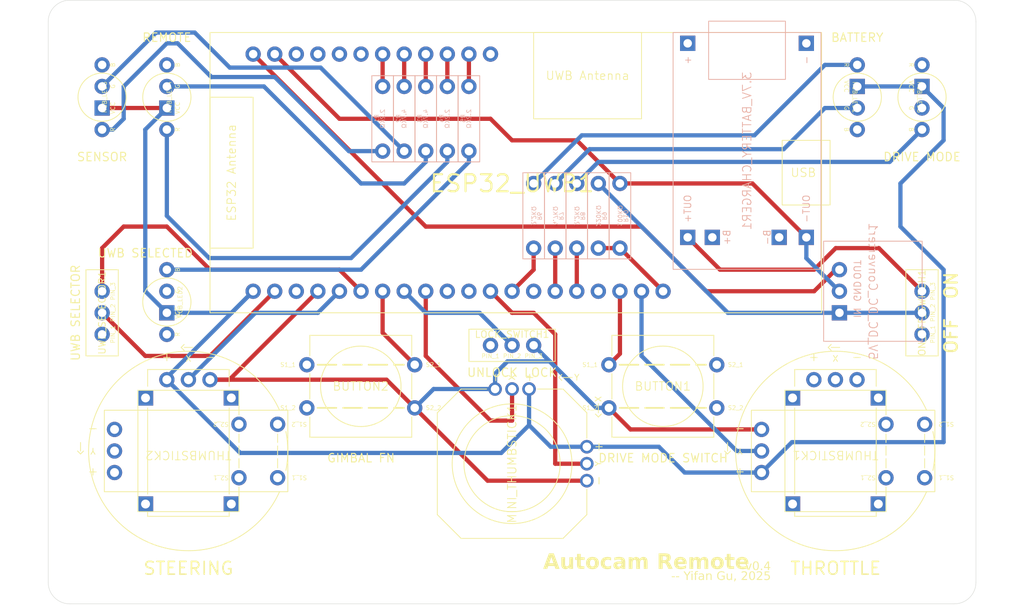
<source format=kicad_pcb>
(kicad_pcb (version 20241229) (generator "pcbnew") (generator_version "9.0")
  (title_block (title "Autocam Remote") (date "2025-03-18") (rev "v0.4"))
  (layers (0 "F.Cu" signal) (2 "B.Cu" signal) (13 "F.Paste" user) (15 "B.Paste" user) (5 "F.SilkS" user "F.Silkscreen") (7 "B.SilkS" user "B.Silkscreen") (1 "F.Mask" user) (3 "B.Mask" user) (25 "Edge.Cuts" user))
  (net 0 "")
  (net 3 "Net-(3.7V_BATTERY_CHARGER1-OUT+)")
  (net 6 "Net-(3.7V_BATTERY_CHARGER1-OUT-)")
  (net 7 "Net-(ESP32_UWB1-IO25)")
  (net 9 "Net-(ESP32_UWB1-3V3)")
  (net 10 "Net-(ESP32_UWB1-IO39)")
  (net 33 "Net-(RGB_LED1-R)")
  (net 34 "Net-(RGB_LED1-G)")
  (net 39 "Net-(ESP32_UWB1-IO5)")
  (net 40 "Net-(RGB_LED2-B)")
  (net 41 "Net-(ESP32_UWB1-IO17)")
  (net 42 "Net-(ESP32_UWB1-IO21)")
  (net 43 "Net-(ESP32_UWB1-IO22)")
  (net 44 "Net-(RGB_LED3-R)")
  (net 45 "Net-(RGB_LED3-G)")
  (net 47 "Net-(ESP32_UWB1-IO12)")
  (net 48 "Net-(ESP32_UWB1-GND-Pad2)")
  (net 49 "Net-(BUTTON2-S2_1)")
  (net 54 "Net-(ESP32_UWB1-IO14)")
  (net 55 "Net-(ESP32_UWB1-IO36)")
  (net 56 "Net-(ESP32_UWB1-IO33)")
  (net 57 "Net-(ESP32_UWB1-IO2)")
  (net 58 "Net-(ESP32_UWB1-IO26)")
  (net 60 "Net-(RGB_LED4-R)")
  (net 61 "Net-(RGB_LED4-G)")
  (net 63 "Net-(RGB_LED5-B)")
  (net 64 "Net-(BUTTON1-S1_2)")
  (net 66 "Net-(BUTTON1-S1_1)")
  (net 67 "Net-(ESP32_UWB1-IO15)")
  (net 69 "Net-(ESP32_UWB1-IO32)")
  (net 72 "Net-(ESP32_UWB1-IO16)")
  (net 73 "Net-(5V_DC_DC_Converter1-IN)")
  (net 74 "Net-(5V_DC_DC_Converter1-OUT)")
  (footprint "Autocam:Anode RGB LED (Round)" (layer "F.Cu") (at 106.68 78.74 90)
    (property "Reference" "RGB_LED4" (at 0 0 90) (layer "F.SilkS") (effects (font (size 0.5 0.5) (thickness 0.0625)) (justify top)))
    (property "Value" "REMOTE" (at 7.62 0 0) (layer "F.SilkS") (effects (font (thickness 0.125)) (justify top)))
    (fp_text user "G" (at 1.27 1.27 90) (layer "F.SilkS") (effects (font (size 0.5 0.5) (thickness 0.0625))))
    (fp_text user "R" (at -3.81 1.27 90) (layer "F.SilkS") (effects (font (size 0.5 0.5) (thickness 0.0625))))
    (fp_text user "VCC" (at -1.27 1.27 90) (layer "F.SilkS") (effects (font (size 0.5 0.5) (thickness 0.0625))))
    (fp_text user "B" (at 3.81 1.27 90) (layer "F.SilkS") (effects (font (size 0.5 0.5) (thickness 0.0625))))
    (pad "1" thru_hole circle (at -3.81 0 90) (size 1.8 1.8) (drill 1) (layers "*.Cu" "*.Mask") (net 60 "Net-(RGB_LED4-R)"))
    (pad "2" thru_hole rect (at -1.27 0 90) (size 1.8 1.8) (drill 1) (layers "*.Cu" "*.Mask") (net 9 "Net-(ESP32_UWB1-3V3)"))
    (pad "3" thru_hole circle (at 1.27 0 90) (size 1.8 1.8) (drill 1) (layers "*.Cu" "*.Mask") (net 61 "Net-(RGB_LED4-G)"))
    (pad "4" thru_hole circle (at 3.81 0 90) (size 1.8 1.8) (drill 1) (layers "*.Cu" "*.Mask"))
  )
  (footprint "MountingHole:MountingHole_2.2mm_M2" (layer "F.Cu") (at 96.52 93.98)
    (property "Reference" "REF**" (hide yes))
    (property "Value" "MountingHole_2.2mm_M2")
    (pad "" np_thru_hole circle (at 0 0) (size 2.2 2.2) (drill 2.2) (layers "*.Cu" "*.Mask"))
  )
  (footprint "MountingHole:MountingHole_2.2mm_M2" (layer "F.Cu") (at 198.12 134.62)
    (property "Reference" "REF**" (hide yes))
    (property "Value" "MountingHole_2.2mm_M2")
    (pad "" np_thru_hole circle (at 0 0) (size 2.2 2.2) (drill 2.2) (layers "*.Cu" "*.Mask"))
  )
  (footprint "Autocam:X-Box Style Thumbstick" (layer "F.Cu") (at 185.39 120.420058 180)
    (property "Reference" "THUMBSTICK1" (at 0 -0.5 180) (layer "F.SilkS") (effects (font (thickness 0.1))))
    (property "Value" "THROTTLE" (at -0.03 -12.948942 0) (layer "F.SilkS") (effects (font (size 1.5 1.5) (thickness 0.1875)) (justify top)))
    (fp_text user "X" (at 0 10.94 180) (layer "F.SilkS") (effects (font (size 0.7 0.7) (thickness 0.1))))
    (fp_text user "S2_1" (at -2.88 -3.15 180) (layer "F.SilkS") (effects (font (size 0.5 0.5) (thickness 0.0625)) (justify right)))
    (fp_text user "S2_2" (at -2.88 3.15 180) (layer "F.SilkS") (effects (font (size 0.5 0.5) (thickness 0.0625)) (justify right)))
    (fp_text user "S1_2" (at -13.04 3.15 180) (layer "F.SilkS") (effects (font (size 0.5 0.5) (thickness 0.0625))))
    (fp_text user "-" (at 11.24 2.54 180) (layer "F.SilkS") (effects (font (thickness 0.1))))
    (fp_text user "S1_1" (at -13.04 -3.15 180) (layer "F.SilkS") (effects (font (size 0.5 0.5) (thickness 0.0625))))
    (fp_text user "Y" (at 11.24 0 180) (layer "F.SilkS") (effects (font (size 0.7 0.7) (thickness 0.1))))
    (fp_text user "-" (at -2.54 10.94 180) (layer "F.SilkS") (effects (font (thickness 0.1))))
    (fp_text user "+" (at 2.54 10.94 180) (layer "F.SilkS") (effects (font (thickness 0.1))))
    (fp_text user "+" (at 11.24 -2.54 180) (layer "F.SilkS") (effects (font (thickness 0.1))))
    (pad "" thru_hole rect (at -5.05 -6.25 180) (size 1.8 1.8) (drill 1.05) (layers "*.Cu" "*.Mask"))
    (pad "" thru_hole rect (at -5.05 6.25 180) (size 1.8 1.8) (drill 1.05) (layers "*.Cu" "*.Mask"))
    (pad "" thru_hole rect (at 5.05 -6.25 180) (size 1.8 1.8) (drill 1.05) (layers "*.Cu" "*.Mask"))
    (pad "" thru_hole rect (at 5.05 6.25 180) (size 1.8 1.8) (drill 1.05) (layers "*.Cu" "*.Mask"))
    (pad "1" thru_hole circle (at -2.54 8.4 180) (size 1.8 1.8) (drill 1.05) (layers "*.Cu" "*.Mask"))
    (pad "2" thru_hole circle (at 0 8.4 180) (size 1.8 1.8) (drill 1.05) (layers "*.Cu" "*.Mask"))
    (pad "3" thru_hole circle (at 2.54 8.4 180) (size 1.8 1.8) (drill 1.05) (layers "*.Cu" "*.Mask"))
    (pad "4" thru_hole circle (at 8.7 2.54 180) (size 1.8 1.8) (drill 1.05) (layers "*.Cu" "*.Mask") (net 64 "Net-(BUTTON1-S1_2)"))
    (pad "5" thru_hole circle (at 8.7 0 180) (size 1.8 1.8) (drill 1.05) (layers "*.Cu" "*.Mask") (net 55 "Net-(ESP32_UWB1-IO36)"))
    (pad "6" thru_hole circle (at 8.7 -2.54 180) (size 1.8 1.8) (drill 1.05) (layers "*.Cu" "*.Mask") (net 9 "Net-(ESP32_UWB1-3V3)"))
    (pad "7" thru_hole circle (at -5.95 -3.15 180) (size 1.8 1.8) (drill 1.05) (layers "*.Cu" "*.Mask"))
    (pad "8" thru_hole circle (at -10.5 -3.15 180) (size 1.8 1.8) (drill 1.05) (layers "*.Cu" "*.Mask"))
    (pad "9" thru_hole circle (at -5.95 3.15 180) (size 1.8 1.8) (drill 1.05) (layers "*.Cu" "*.Mask"))
    (pad "10" thru_hole circle (at -10.5 3.15 180) (size 1.8 1.8) (drill 1.05) (layers "*.Cu" "*.Mask"))
  )
  (footprint "Autocam:Makersfab ESP32 UWB" (layer "F.Cu") (at 111.76 71.12)
    (property "Reference" "ESP32_UWB1" (at 35.56 17.78 0) (layer "F.SilkS") (effects (font (size 2 2) (thickness 0.25))))
    (property "Value" "~" (hide yes))
    (fp_text user "UWB Antenna" (at 44.45 5.08 0) (layer "F.SilkS") (effects (font (thickness 0.1))))
    (fp_text user "ESP32 Antenna" (at 2.54 16.51 90) (layer "F.SilkS") (effects (font (thickness 0.1))))
    (fp_text user "USB" (at 69.85 16.51 0) (layer "F.SilkS") (effects (font (thickness 0.1))))
    (pad "1" thru_hole circle (at 5.08 30.48) (size 1.8 1.8) (drill 1) (layers "*.Cu" "*.Mask") (net 9 "Net-(ESP32_UWB1-3V3)"))
    (pad "2" thru_hole circle (at 7.62 30.48) (size 1.8 1.8) (drill 1) (layers "*.Cu" "*.Mask") (net 48 "Net-(ESP32_UWB1-GND-Pad2)"))
    (pad "3" thru_hole circle (at 10.16 30.48) (size 1.8 1.8) (drill 1) (layers "*.Cu" "*.Mask"))
    (pad "4" thru_hole circle (at 12.7 30.48) (size 1.8 1.8) (drill 1) (layers "*.Cu" "*.Mask") (net 64 "Net-(BUTTON1-S1_2)"))
    (pad "5" thru_hole circle (at 15.24 30.48) (size 1.8 1.8) (drill 1) (layers "*.Cu" "*.Mask") (net 57 "Net-(ESP32_UWB1-IO2)"))
    (pad "6" thru_hole circle (at 17.78 30.48) (size 1.8 1.8) (drill 1) (layers "*.Cu" "*.Mask") (net 47 "Net-(ESP32_UWB1-IO12)"))
    (pad "7" thru_hole circle (at 20.32 30.48) (size 1.8 1.8) (drill 1) (layers "*.Cu" "*.Mask") (net 49 "Net-(BUTTON2-S2_1)"))
    (pad "8" thru_hole circle (at 22.86 30.48) (size 1.8 1.8) (drill 1) (layers "*.Cu" "*.Mask") (net 54 "Net-(ESP32_UWB1-IO14)"))
    (pad "9" thru_hole circle (at 25.4 30.48) (size 1.8 1.8) (drill 1) (layers "*.Cu" "*.Mask") (net 67 "Net-(ESP32_UWB1-IO15)"))
    (pad "10" thru_hole circle (at 27.94 30.48) (size 1.8 1.8) (drill 1) (layers "*.Cu" "*.Mask"))
    (pad "11" thru_hole circle (at 30.48 30.48) (size 1.8 1.8) (drill 1) (layers "*.Cu" "*.Mask"))
    (pad "12" thru_hole circle (at 33.02 30.48) (size 1.8 1.8) (drill 1) (layers "*.Cu" "*.Mask") (net 7 "Net-(ESP32_UWB1-IO25)"))
    (pad "13" thru_hole circle (at 35.56 30.48) (size 1.8 1.8) (drill 1) (layers "*.Cu" "*.Mask") (net 58 "Net-(ESP32_UWB1-IO26)"))
    (pad "14" thru_hole circle (at 38.1 30.48) (size 1.8 1.8) (drill 1) (layers "*.Cu" "*.Mask"))
    (pad "15" thru_hole circle (at 40.64 30.48) (size 1.8 1.8) (drill 1) (layers "*.Cu" "*.Mask") (net 69 "Net-(ESP32_UWB1-IO32)"))
    (pad "16" thru_hole circle (at 43.18 30.48) (size 1.8 1.8) (drill 1) (layers "*.Cu" "*.Mask") (net 56 "Net-(ESP32_UWB1-IO33)"))
    (pad "17" thru_hole circle (at 45.72 30.48) (size 1.8 1.8) (drill 1) (layers "*.Cu" "*.Mask"))
    (pad "18" thru_hole circle (at 48.26 30.48) (size 1.8 1.8) (drill 1) (layers "*.Cu" "*.Mask") (net 66 "Net-(BUTTON1-S1_1)"))
    (pad "19" thru_hole circle (at 50.8 30.48) (size 1.8 1.8) (drill 1) (layers "*.Cu" "*.Mask") (net 55 "Net-(ESP32_UWB1-IO36)"))
    (pad "20" thru_hole circle (at 53.34 30.48) (size 1.8 1.8) (drill 1) (layers "*.Cu" "*.Mask") (net 10 "Net-(ESP32_UWB1-IO39)"))
    (pad "21" thru_hole circle (at 5.08 2.54) (size 1.8 1.8) (drill 1) (layers "*.Cu" "*.Mask") (net 74 "Net-(5V_DC_DC_Converter1-OUT)"))
    (pad "22" thru_hole circle (at 7.62 2.54) (size 1.8 1.8) (drill 1) (layers "*.Cu" "*.Mask") (net 6 "Net-(3.7V_BATTERY_CHARGER1-OUT-)"))
    (pad "23" thru_hole circle (at 10.16 2.54) (size 1.8 1.8) (drill 1) (layers "*.Cu" "*.Mask"))
    (pad "24" thru_hole circle (at 12.7 2.54) (size 1.8 1.8) (drill 1) (layers "*.Cu" "*.Mask"))
    (pad "25" thru_hole circle (at 15.24 2.54) (size 1.8 1.8) (drill 1) (layers "*.Cu" "*.Mask"))
    (pad "26" thru_hole circle (at 17.78 2.54) (size 1.8 1.8) (drill 1) (layers "*.Cu" "*.Mask"))
    (pad "27" thru_hole circle (at 20.32 2.54) (size 1.8 1.8) (drill 1) (layers "*.Cu" "*.Mask") (net 39 "Net-(ESP32_UWB1-IO5)"))
    (pad "28" thru_hole circle (at 22.86 2.54) (size 1.8 1.8) (drill 1) (layers "*.Cu" "*.Mask") (net 72 "Net-(ESP32_UWB1-IO16)"))
    (pad "29" thru_hole circle (at 25.4 2.54) (size 1.8 1.8) (drill 1) (layers "*.Cu" "*.Mask") (net 41 "Net-(ESP32_UWB1-IO17)"))
    (pad "30" thru_hole circle (at 27.94 2.54) (size 1.8 1.8) (drill 1) (layers "*.Cu" "*.Mask") (net 42 "Net-(ESP32_UWB1-IO21)"))
    (pad "31" thru_hole circle (at 30.48 2.54) (size 1.8 1.8) (drill 1) (layers "*.Cu" "*.Mask") (net 43 "Net-(ESP32_UWB1-IO22)"))
    (pad "32" thru_hole circle (at 33.02 2.54) (size 1.8 1.8) (drill 1) (layers "*.Cu" "*.Mask"))
  )
  (footprint "Autocam:3-PIN Switch" (layer "F.Cu") (at 195.58 106.68 90)
    (property "Reference" "ON_OFF_SWITCH1" (at 2.54 0 90) (layer "F.SilkS") (effects (font (size 0.8 0.8) (thickness 0.1))))
    (property "Value" "OFF  ON" (at 2.54 2.54 90) (layer "F.SilkS") (effects (font (size 1.5 1.5) (thickness 0.25)) (justify top)))
    (fp_text user "PIN_3" (at 5.08 1.27 90) (layer "F.SilkS") (effects (font (size 0.5 0.5) (thickness 0.0625))))
    (fp_text user "PIN_1" (at 0 1.27 90) (layer "F.SilkS") (effects (font (size 0.5 0.5) (thickness 0.0625))))
    (fp_text user "PIN_2" (at 2.54 1.27 90) (layer "F.SilkS") (effects (font (size 0.5 0.5) (thickness 0.0625))))
    (pad "1" thru_hole circle (at 0 0 90) (size 1.8 1.8) (drill 1) (layers "*.Cu" "*.Mask"))
    (pad "2" thru_hole circle (at 2.54 0 90) (size 1.8 1.8) (drill 1) (layers "*.Cu" "*.Mask") (net 73 "Net-(5V_DC_DC_Converter1-IN)"))
    (pad "3" thru_hole circle (at 5.08 0 90) (size 1.8 1.8) (drill 1) (layers "*.Cu" "*.Mask") (net 3 "Net-(3.7V_BATTERY_CHARGER1-OUT+)"))
  )
  (footprint "Autocam:Tactile Switch Button (Square)" (layer "F.Cu") (at 129.51 112.800058)
    (property "Reference" "BUTTON2" (at 0 0 0) (layer "F.SilkS") (effects (font (thickness 0.1))))
    (property "Value" "GIMBAL FN" (at 0.03 7.868942 0) (layer "F.SilkS") (effects (font (thickness 0.125)) (justify top)))
    (fp_text user "S1_1" (at -7.62 -2.54 0) (layer "F.SilkS") (effects (font (size 0.5 0.5) (thickness 0.0625)) (justify right)))
    (fp_text user "S2_2" (at 7.62 2.54 0) (layer "F.SilkS") (effects (font (size 0.5 0.5) (thickness 0.0625)) (justify left)))
    (fp_text user "S2_1" (at 7.62 -2.54 0) (layer "F.SilkS") (effects (font (size 0.5 0.5) (thickness 0.0625)) (justify left)))
    (fp_text user "S1_2" (at -7.62 2.54 0) (layer "F.SilkS") (effects (font (size 0.5 0.5) (thickness 0.0625)) (justify right)))
    (pad "1" thru_hole circle (at -6.35 -2.54) (size 1.8 1.8) (drill 1) (layers "*.Cu" "*.Mask"))
    (pad "2" thru_hole circle (at -6.35 2.54) (size 1.8 1.8) (drill 1) (layers "*.Cu" "*.Mask"))
    (pad "3" thru_hole circle (at 6.35 -2.54) (size 1.8 1.8) (drill 1) (layers "*.Cu" "*.Mask") (net 49 "Net-(BUTTON2-S2_1)"))
    (pad "4" thru_hole circle (at 6.35 2.54) (size 1.8 1.8) (drill 1) (layers "*.Cu" "*.Mask") (net 64 "Net-(BUTTON1-S1_2)"))
  )
  (footprint "Autocam:Mini 2-Axis Analog Thumbstick" (layer "F.Cu") (at 147.32 121.92 90)
    (property "Reference" "MINI_THUMBSTICK1" (at 0 0 90) (layer "F.SilkS") (effects (font (thickness 0.1))))
    (property "Value" "GIMBAL")
    (fp_text user "X" (at 7.62 10.16 90) (layer "F.SilkS") (effects (font (size 0.7 0.7) (thickness 0.1))))
    (fp_text user "X" (at 10.16 0 90) (layer "F.SilkS") (effects (font (size 0.7 0.7) (thickness 0.1))))
    (fp_text user "+" (at 10.16 2 90) (layer "F.SilkS") (effects (font (thickness 0.1))))
    (fp_text user "-" (at 10.16 -2 90) (layer "F.SilkS") (effects (font (thickness 0.1))))
    (fp_text user "Y" (at 0 10.16 90) (layer "F.SilkS") (effects (font (size 0.7 0.7) (thickness 0.1))))
    (fp_text user "+" (at 2 10.16 90) (layer "F.SilkS") (effects (font (thickness 0.1))))
    (fp_text user "-" (at -2 10.16 90) (layer "F.SilkS") (effects (font (thickness 0.1))))
    (fp_text user "Y" (at 10.16 7.62 0) (layer "F.SilkS") (effects (font (size 0.7 0.7) (thickness 0.1))))
    (pad "1" thru_hole circle (at 8.8 -2) (size 1.6 1.6) (drill 1) (layers "*.Cu" "*.Mask") (net 64 "Net-(BUTTON1-S1_2)"))
    (pad "2" thru_hole circle (at 8.8 0) (size 1.6 1.6) (drill 1) (layers "*.Cu" "*.Mask") (net 67 "Net-(ESP32_UWB1-IO15)"))
    (pad "3" thru_hole circle (at 8.8 2) (size 1.6 1.6) (drill 1) (layers "*.Cu" "*.Mask") (net 9 "Net-(ESP32_UWB1-3V3)"))
    (pad "4" thru_hole circle (at -2 8.8 90) (size 1.6 1.6) (drill 1) (layers "*.Cu" "*.Mask") (net 64 "Net-(BUTTON1-S1_2)"))
    (pad "5" thru_hole circle (at 0 8.8 90) (size 1.6 1.6) (drill 1) (layers "*.Cu" "*.Mask") (net 7 "Net-(ESP32_UWB1-IO25)"))
    (pad "6" thru_hole circle (at 2 8.8 90) (size 1.6 1.6) (drill 1) (layers "*.Cu" "*.Mask") (net 9 "Net-(ESP32_UWB1-3V3)"))
  )
  (footprint "Autocam:Anode RGB LED (Round)" (layer "F.Cu") (at 187.96 78.74 -90)
    (property "Reference" "RGB_LED1" (at 0 0 270) (layer "F.SilkS") (effects (font (size 0.5 0.5) (thickness 0.0625)) (justify top)))
    (property "Value" "BATTERY" (at -7.62 0 0) (layer "F.SilkS") (effects (font (thickness 0.125)) (justify top)))
    (fp_text user "G" (at 1.27 1.27 270) (layer "F.SilkS") (effects (font (size 0.5 0.5) (thickness 0.0625))))
    (fp_text user "B" (at 3.81 1.27 270) (layer "F.SilkS") (effects (font (size 0.5 0.5) (thickness 0.0625))))
    (fp_text user "VCC" (at -1.27 1.27 270) (layer "F.SilkS") (effects (font (size 0.5 0.5) (thickness 0.0625))))
    (fp_text user "R" (at -3.81 1.27 270) (layer "F.SilkS") (effects (font (size 0.5 0.5) (thickness 0.0625))))
    (pad "1" thru_hole circle (at -3.81 0 270) (size 1.8 1.8) (drill 1) (layers "*.Cu" "*.Mask") (net 33 "Net-(RGB_LED1-R)"))
    (pad "2" thru_hole rect (at -1.27 0 270) (size 1.8 1.8) (drill 1) (layers "*.Cu" "*.Mask") (net 9 "Net-(ESP32_UWB1-3V3)"))
    (pad "3" thru_hole circle (at 1.27 0 270) (size 1.8 1.8) (drill 1) (layers "*.Cu" "*.Mask") (net 34 "Net-(RGB_LED1-G)"))
    (pad "4" thru_hole circle (at 3.81 0 270) (size 1.8 1.8) (drill 1) (layers "*.Cu" "*.Mask"))
  )
  (footprint "Autocam:X-Box Style Thumbstick" (layer "F.Cu") (at 109.22 120.420058 180)
    (property "Reference" "THUMBSTICK2" (at 0 -0.5 180) (layer "F.SilkS") (effects (font (thickness 0.1))))
    (property "Value" "STEERING" (at 0 -12.948942 0) (layer "F.SilkS") (effects (font (size 1.5 1.5) (thickness 0.1875)) (justify top)))
    (fp_text user "+" (at 2.54 10.94 180) (layer "F.SilkS") (effects (font (thickness 0.1))))
    (fp_text user "Y" (at 11.24 0 180) (layer "F.SilkS") (effects (font (size 0.7 0.7) (thickness 0.1))))
    (fp_text user "S2_2" (at -2.88 3.15 180) (layer "F.SilkS") (effects (font (size 0.5 0.5) (thickness 0.0625)) (justify right)))
    (fp_text user "-" (at -2.54 10.94 180) (layer "F.SilkS") (effects (font (thickness 0.1))))
    (fp_text user "S1_2" (at -13.04 3.15 180) (layer "F.SilkS") (effects (font (size 0.5 0.5) (thickness 0.0625))))
    (fp_text user "-" (at 11.24 2.54 180) (layer "F.SilkS") (effects (font (thickness 0.1))))
    (fp_text user "S2_1" (at -2.88 -3.15 180) (layer "F.SilkS") (effects (font (size 0.5 0.5) (thickness 0.0625)) (justify right)))
    (fp_text user "+" (at 11.24 -2.54 180) (layer "F.SilkS") (effects (font (thickness 0.1))))
    (fp_text user "S1_1" (at -13.04 -3.15 180) (layer "F.SilkS") (effects (font (size 0.5 0.5) (thickness 0.0625))))
    (fp_text user "X" (at 0 10.94 180) (layer "F.SilkS") (effects (font (size 0.7 0.7) (thickness 0.1))))
    (pad "" thru_hole rect (at -5.05 -6.25 180) (size 1.8 1.8) (drill 1.05) (layers "*.Cu" "*.Mask"))
    (pad "" thru_hole rect (at -5.05 6.25 180) (size 1.8 1.8) (drill 1.05) (layers "*.Cu" "*.Mask"))
    (pad "" thru_hole rect (at 5.05 -6.25 180) (size 1.8 1.8) (drill 1.05) (layers "*.Cu" "*.Mask"))
    (pad "" thru_hole rect (at 5.05 6.25 180) (size 1.8 1.8) (drill 1.05) (layers "*.Cu" "*.Mask"))
    (pad "1" thru_hole circle (at -2.54 8.4 180) (size 1.8 1.8) (drill 1.05) (layers "*.Cu" "*.Mask") (net 64 "Net-(BUTTON1-S1_2)"))
    (pad "2" thru_hole circle (at 0 8.4 180) (size 1.8 1.8) (drill 1.05) (layers "*.Cu" "*.Mask") (net 57 "Net-(ESP32_UWB1-IO2)"))
    (pad "3" thru_hole circle (at 2.54 8.4 180) (size 1.8 1.8) (drill 1.05) (layers "*.Cu" "*.Mask") (net 9 "Net-(ESP32_UWB1-3V3)"))
    (pad "4" thru_hole circle (at 8.7 2.54 180) (size 1.8 1.8) (drill 1.05) (layers "*.Cu" "*.Mask"))
    (pad "5" thru_hole circle (at 8.7 0 180) (size 1.8 1.8) (drill 1.05) (layers "*.Cu" "*.Mask"))
    (pad "6" thru_hole circle (at 8.7 -2.54 180) (size 1.8 1.8) (drill 1.05) (layers "*.Cu" "*.Mask"))
    (pad "7" thru_hole circle (at -5.95 -3.15 180) (size 1.8 1.8) (drill 1.05) (layers "*.Cu" "*.Mask"))
    (pad "8" thru_hole circle (at -10.5 -3.15 180) (size 1.8 1.8) (drill 1.05) (layers "*.Cu" "*.Mask"))
    (pad "9" thru_hole circle (at -5.95 3.15 180) (size 1.8 1.8) (drill 1.05) (layers "*.Cu" "*.Mask"))
    (pad "10" thru_hole circle (at -10.5 3.15 180) (size 1.8 1.8) (drill 1.05) (layers "*.Cu" "*.Mask"))
  )
  (footprint "MountingHole:MountingHole_2.2mm_M2" (layer "F.Cu") (at 198.12 93.98)
    (property "Reference" "REF**" (hide yes))
    (property "Value" "MountingHole_2.2mm_M2")
    (pad "" np_thru_hole circle (at 0 0) (size 2.2 2.2) (drill 2.2) (layers "*.Cu" "*.Mask"))
  )
  (footprint "MountingHole:MountingHole_2.2mm_M2" (layer "F.Cu") (at 198.12 71.12)
    (property "Reference" "REF**" (hide yes))
    (property "Value" "MountingHole_2.2mm_M2")
    (pad "" np_thru_hole circle (at 0 0) (size 2.2 2.2) (drill 2.2) (layers "*.Cu" "*.Mask"))
  )
  (footprint "Autocam:Tactile Switch Button (Square)" (layer "F.Cu") (at 165.07 112.800058)
    (property "Reference" "BUTTON1" (at 0 0 0) (layer "F.SilkS") (effects (font (thickness 0.1))))
    (property "Value" "DRIVE MODE SWITCH" (at 0.03 7.868942 0) (layer "F.SilkS") (effects (font (thickness 0.125)) (justify top)))
    (fp_text user "S2_2" (at 7.62 2.54 0) (layer "F.SilkS") (effects (font (size 0.5 0.5) (thickness 0.0625)) (justify left)))
    (fp_text user "S1_1" (at -7.62 -2.54 0) (layer "F.SilkS") (effects (font (size 0.5 0.5) (thickness 0.0625)) (justify right)))
    (fp_text user "S1_2" (at -7.62 2.54 0) (layer "F.SilkS") (effects (font (size 0.5 0.5) (thickness 0.0625)) (justify right)))
    (fp_text user "S2_1" (at 7.62 -2.54 0) (layer "F.SilkS") (effects (font (size 0.5 0.5) (thickness 0.0625)) (justify left)))
    (pad "1" thru_hole circle (at -6.35 -2.54) (size 1.8 1.8) (drill 1) (layers "*.Cu" "*.Mask") (net 66 "Net-(BUTTON1-S1_1)"))
    (pad "2" thru_hole circle (at -6.35 2.54) (size 1.8 1.8) (drill 1) (layers "*.Cu" "*.Mask") (net 64 "Net-(BUTTON1-S1_2)"))
    (pad "3" thru_hole circle (at 6.35 -2.54) (size 1.8 1.8) (drill 1) (layers "*.Cu" "*.Mask"))
    (pad "4" thru_hole circle (at 6.35 2.54) (size 1.8 1.8) (drill 1) (layers "*.Cu" "*.Mask"))
  )
  (footprint "Autocam:Anode RGB LED (Round)" (layer "F.Cu") (at 106.68 102.87 90)
    (property "Reference" "RGB_LED2" (at 0 1.27 90) (layer "F.SilkS") (effects (font (size 0.5 0.5) (thickness 0.0625)) (justify top)))
    (property "Value" "UWB SELECTED" (at 6.35 -2.54 0) (layer "F.SilkS") (effects (font (thickness 0.125)) (justify top)))
    (fp_text user "R" (at -3.81 1.27 90) (layer "F.SilkS") (effects (font (size 0.5 0.5) (thickness 0.0625))))
    (fp_text user "VCC" (at -1.27 1.27 90) (layer "F.SilkS") (effects (font (size 0.5 0.5) (thickness 0.0625))))
    (fp_text user "G" (at 1.27 1.27 90) (layer "F.SilkS") (effects (font (size 0.5 0.5) (thickness 0.0625))))
    (fp_text user "B" (at 3.81 1.27 90) (layer "F.SilkS") (effects (font (size 0.5 0.5) (thickness 0.0625))))
    (pad "1" thru_hole circle (at -3.81 0 90) (size 1.8 1.8) (drill 1) (layers "*.Cu" "*.Mask"))
    (pad "2" thru_hole rect (at -1.27 0 90) (size 1.8 1.8) (drill 1) (layers "*.Cu" "*.Mask") (net 9 "Net-(ESP32_UWB1-3V3)"))
    (pad "3" thru_hole circle (at 1.27 0 90) (size 1.8 1.8) (drill 1) (layers "*.Cu" "*.Mask"))
    (pad "4" thru_hole circle (at 3.81 0 90) (size 1.8 1.8) (drill 1) (layers "*.Cu" "*.Mask") (net 40 "Net-(RGB_LED2-B)"))
  )
  (footprint "MountingHole:MountingHole_2.2mm_M2" (layer "F.Cu") (at 96.52 134.62)
    (property "Reference" "REF**" (hide yes))
    (property "Value" "MountingHole_2.2mm_M2")
    (pad "" np_thru_hole circle (at 0 0) (size 2.2 2.2) (drill 2.2) (layers "*.Cu" "*.Mask"))
  )
  (footprint "Autocam:Anode RGB LED (Round)" (layer "F.Cu") (at 99.06 78.74 90)
    (property "Reference" "RGB_LED3" (at 0 0 90) (layer "F.SilkS") (effects (font (size 0.5 0.5) (thickness 0.0625)) (justify top)))
    (property "Value" "SENSOR" (at -7.62 0 0) (layer "F.SilkS") (effects (font (thickness 0.125)) (justify bottom)))
    (fp_text user "G" (at 1.27 1.27 90) (layer "F.SilkS") (effects (font (size 0.5 0.5) (thickness 0.0625))))
    (fp_text user "B" (at 3.81 1.27 90) (layer "F.SilkS") (effects (font (size 0.5 0.5) (thickness 0.0625))))
    (fp_text user "VCC" (at -1.27 1.27 90) (layer "F.SilkS") (effects (font (size 0.5 0.5) (thickness 0.0625))))
    (fp_text user "R" (at -3.81 1.27 90) (layer "F.SilkS") (effects (font (size 0.5 0.5) (thickness 0.0625))))
    (pad "1" thru_hole circle (at -3.81 0 90) (size 1.8 1.8) (drill 1) (layers "*.Cu" "*.Mask") (net 44 "Net-(RGB_LED3-R)"))
    (pad "2" thru_hole rect (at -1.27 0 90) (size 1.8 1.8) (drill 1) (layers "*.Cu" "*.Mask") (net 9 "Net-(ESP32_UWB1-3V3)"))
    (pad "3" thru_hole circle (at 1.27 0 90) (size 1.8 1.8) (drill 1) (layers "*.Cu" "*.Mask") (net 45 "Net-(RGB_LED3-G)"))
    (pad "4" thru_hole circle (at 3.81 0 90) (size 1.8 1.8) (drill 1) (layers "*.Cu" "*.Mask"))
  )
  (footprint "Autocam:3-PIN Switch" (layer "F.Cu") (at 144.78 107.969)
    (property "Reference" "LOCK_SWITCH1" (at 2.54 -1.289 0) (layer "F.SilkS") (effects (font (size 0.8 0.8) (thickness 0.1))))
    (property "Value" "UNLOCK LOCK" (at 2.54 3.791 0) (layer "F.SilkS") (effects (font (thickness 0.125)) (justify bottom)))
    (fp_text user "PIN_2" (at 2.54 1.27 0) (layer "F.SilkS") (effects (font (size 0.5 0.5) (thickness 0.0625))))
    (fp_text user "PIN_1" (at 0 1.27 0) (layer "F.SilkS") (effects (font (size 0.5 0.5) (thickness 0.0625))))
    (fp_text user "PIN_3" (at 5.08 1.27 0) (layer "F.SilkS") (effects (font (size 0.5 0.5) (thickness 0.0625))))
    (pad "1" thru_hole circle (at 0 0) (size 1.8 1.8) (drill 1) (layers "*.Cu" "*.Mask"))
    (pad "2" thru_hole circle (at 2.54 0) (size 1.8 1.8) (drill 1) (layers "*.Cu" "*.Mask") (net 54 "Net-(ESP32_UWB1-IO14)"))
    (pad "3" thru_hole circle (at 5.08 0) (size 1.8 1.8) (drill 1) (layers "*.Cu" "*.Mask") (net 64 "Net-(BUTTON1-S1_2)"))
  )
  (footprint "Autocam:3-PIN Switch" (layer "F.Cu") (at 99.06 106.68 90)
    (property "Reference" "UWB_SELECTOR1" (at 2.54 0 90) (layer "F.SilkS") (effects (font (size 0.8 0.8) (thickness 0.1))))
    (property "Value" "UWB SELECTOR" (at 2.54 -2.54 90) (layer "F.SilkS") (effects (font (thickness 0.125)) (justify bottom)))
    (fp_text user "PIN_3" (at 5.08 1.27 90) (layer "F.SilkS") (effects (font (size 0.5 0.5) (thickness 0.0625))))
    (fp_text user "PIN_1" (at 0 1.27 90) (layer "F.SilkS") (effects (font (size 0.5 0.5) (thickness 0.0625))))
    (fp_text user "PIN_2" (at 2.54 1.27 90) (layer "F.SilkS") (effects (font (size 0.5 0.5) (thickness 0.0625))))
    (pad "1" thru_hole circle (at 0 0 90) (size 1.8 1.8) (drill 1) (layers "*.Cu" "*.Mask"))
    (pad "2" thru_hole circle (at 2.54 0 90) (size 1.8 1.8) (drill 1) (layers "*.Cu" "*.Mask") (net 48 "Net-(ESP32_UWB1-GND-Pad2)"))
    (pad "3" thru_hole circle (at 5.08 0 90) (size 1.8 1.8) (drill 1) (layers "*.Cu" "*.Mask") (net 47 "Net-(ESP32_UWB1-IO12)"))
  )
  (footprint "MountingHole:MountingHole_2.2mm_M2" (layer "F.Cu") (at 96.52 71.12)
    (property "Reference" "REF**" (hide yes))
    (property "Value" "MountingHole_2.2mm_M2")
    (pad "" np_thru_hole circle (at 0 0) (size 2.2 2.2) (drill 2.2) (layers "*.Cu" "*.Mask"))
  )
  (footprint "Autocam:Anode RGB LED (Round)" (layer "F.Cu") (at 195.58 78.74 -90)
    (property "Reference" "RGB_LED5" (at 0 0 270) (layer "F.SilkS") (effects (font (size 0.5 0.5) (thickness 0.0625)) (justify top)))
    (property "Value" "DRIVE MODE" (at 7.62 0 0) (layer "F.SilkS") (effects (font (thickness 0.125)) (justify bottom)))
    (fp_text user "VCC" (at -1.27 1.27 270) (layer "F.SilkS") (effects (font (size 0.5 0.5) (thickness 0.0625))))
    (fp_text user "B" (at 3.81 1.27 270) (layer "F.SilkS") (effects (font (size 0.5 0.5) (thickness 0.0625))))
    (fp_text user "G" (at 1.27 1.27 270) (layer "F.SilkS") (effects (font (size 0.5 0.5) (thickness 0.0625))))
    (fp_text user "R" (at -3.81 1.27 270) (layer "F.SilkS") (effects (font (size 0.5 0.5) (thickness 0.0625))))
    (pad "1" thru_hole circle (at -3.81 0 270) (size 1.8 1.8) (drill 1) (layers "*.Cu" "*.Mask"))
    (pad "2" thru_hole rect (at -1.27 0 270) (size 1.8 1.8) (drill 1) (layers "*.Cu" "*.Mask") (net 9 "Net-(ESP32_UWB1-3V3)"))
    (pad "3" thru_hole circle (at 1.27 0 270) (size 1.8 1.8) (drill 1) (layers "*.Cu" "*.Mask"))
    (pad "4" thru_hole circle (at 3.81 0 270) (size 1.8 1.8) (drill 1) (layers "*.Cu" "*.Mask") (net 63 "Net-(RGB_LED5-B)"))
  )
  (footprint "Autocam:Simple Resistor" (layer "B.Cu") (at 154.94 96.52 90)
    (property "Reference" "R8" (at 3.774036 0.672769 270) (layer "B.SilkS") (effects (font (size 0.5 0.5) (thickness 0.0625)) (justify mirror)))
    (property "Value" "2.2KΩ" (at 3.81 0 270) (layer "B.SilkS") (effects (font (size 0.5 0.5) (thickness 0.0625)) (justify mirror)))
    (pad "1" thru_hole circle (at 0 0 90) (size 1.8 1.8) (drill 1) (layers "*.Cu" "*.Mask") (net 56 "Net-(ESP32_UWB1-IO33)"))
    (pad "2" thru_hole circle (at 7.62 0 90) (size 1.8 1.8) (drill 1) (layers "*.Cu" "*.Mask") (net 63 "Net-(RGB_LED5-B)"))
  )
  (footprint "Autocam:Simple Resistor" (layer "B.Cu") (at 134.62 77.47 -90)
    (property "Reference" "R2" (at 3.774036 0.672769 90) (layer "B.SilkS") (effects (font (size 0.5 0.5) (thickness 0.0625)) (justify mirror)))
    (property "Value" "4.7KΩ" (at 3.81 0 90) (layer "B.SilkS") (effects (font (size 0.5 0.5) (thickness 0.0625)) (justify mirror)))
    (pad "1" thru_hole circle (at 0 0 270) (size 1.8 1.8) (drill 1) (layers "*.Cu" "*.Mask") (net 72 "Net-(ESP32_UWB1-IO16)"))
    (pad "2" thru_hole circle (at 7.62 0 270) (size 1.8 1.8) (drill 1) (layers "*.Cu" "*.Mask") (net 45 "Net-(RGB_LED3-G)"))
  )
  (footprint "Autocam:5V DC-DC Step Up Converter (Square)" (layer "B.Cu") (at 189.8 101.6 90)
    (property "Reference" "5V_DC_DC_Converter1" (at 0 0 270) (layer "B.SilkS") (effects (font (thickness 0.1)) (justify mirror)))
    (property "Value" "~")
    (fp_text user "GND" (at 0 -1.4 270) (layer "B.SilkS") (effects (font (size 0.8 0.8) (thickness 0.1)) (justify top mirror)))
    (fp_text user "IN" (at -2.54 -1.4 270) (layer "B.SilkS") (effects (font (size 0.8 0.8) (thickness 0.1)) (justify top mirror)))
    (fp_text user "OUT" (at 2.54 -1.4 270) (layer "B.SilkS") (effects (font (size 0.8 0.8) (thickness 0.1)) (justify top mirror)))
    (pad "1" thru_hole rect (at -2.54 -3.94 90) (size 1.8 1.8) (drill 1) (layers "*.Cu" "*.Mask") (net 73 "Net-(5V_DC_DC_Converter1-IN)"))
    (pad "2" thru_hole circle (at 0 -3.94 90) (size 1.8 1.8) (drill 1) (layers "*.Cu" "*.Mask") (net 6 "Net-(3.7V_BATTERY_CHARGER1-OUT-)"))
    (pad "3" thru_hole circle (at 2.54 -3.94 90) (size 1.8 1.8) (drill 1) (layers "*.Cu" "*.Mask") (net 74 "Net-(5V_DC_DC_Converter1-OUT)"))
  )
  (footprint "Autocam:Simple Resistor" (layer "B.Cu") (at 139.7 77.47 -90)
    (property "Reference" "R4" (at 3.774036 0.672769 90) (layer "B.SilkS") (effects (font (size 0.5 0.5) (thickness 0.0625)) (justify mirror)))
    (property "Value" "2.2KΩ" (at 3.81 0 90) (layer "B.SilkS") (effects (font (size 0.5 0.5) (thickness 0.0625)) (justify mirror)))
    (pad "1" thru_hole circle (at 0 0 270) (size 1.8 1.8) (drill 1) (layers "*.Cu" "*.Mask") (net 42 "Net-(ESP32_UWB1-IO21)"))
    (pad "2" thru_hole circle (at 7.62 0 270) (size 1.8 1.8) (drill 1) (layers "*.Cu" "*.Mask") (net 60 "Net-(RGB_LED4-R)"))
  )
  (footprint "Autocam:Simple Resistor" (layer "B.Cu") (at 157.48 96.52 90)
    (property "Reference" "R9" (at 3.774036 0.672769 270) (layer "B.SilkS") (effects (font (size 0.5 0.5) (thickness 0.0625)) (justify mirror)))
    (property "Value" "220KΩ" (at 3.81 0 270) (layer "B.SilkS") (effects (font (size 0.5 0.5) (thickness 0.0625)) (justify mirror)))
    (pad "1" thru_hole circle (at 0 0 90) (size 1.8 1.8) (drill 1) (layers "*.Cu" "*.Mask") (net 10 "Net-(ESP32_UWB1-IO39)"))
    (pad "2" thru_hole circle (at 7.62 0 90) (size 1.8 1.8) (drill 1) (layers "*.Cu" "*.Mask") (net 73 "Net-(5V_DC_DC_Converter1-IN)"))
  )
  (footprint "Autocam:Simple Resistor" (layer "B.Cu") (at 152.4 96.52 90)
    (property "Reference" "R7" (at 3.774036 0.672769 270) (layer "B.SilkS") (effects (font (size 0.5 0.5) (thickness 0.0625)) (justify mirror)))
    (property "Value" "4.7KΩ" (at 3.81 0 270) (layer "B.SilkS") (effects (font (size 0.5 0.5) (thickness 0.0625)) (justify mirror)))
    (pad "1" thru_hole circle (at 0 0 90) (size 1.8 1.8) (drill 1) (layers "*.Cu" "*.Mask") (net 69 "Net-(ESP32_UWB1-IO32)"))
    (pad "2" thru_hole circle (at 7.62 0 90) (size 1.8 1.8) (drill 1) (layers "*.Cu" "*.Mask") (net 34 "Net-(RGB_LED1-G)"))
  )
  (footprint "Autocam:Simple Resistor" (layer "B.Cu") (at 132.08 77.47 -90)
    (property "Reference" "R1" (at 3.774036 0.672769 90) (layer "B.SilkS") (effects (font (size 0.5 0.5) (thickness 0.0625)) (justify mirror)))
    (property "Value" "2.2KΩ" (at 3.81 0 90) (layer "B.SilkS") (effects (font (size 0.5 0.5) (thickness 0.0625)) (justify mirror)))
    (pad "1" thru_hole circle (at 0 0 270) (size 1.8 1.8) (drill 1) (layers "*.Cu" "*.Mask") (net 39 "Net-(ESP32_UWB1-IO5)"))
    (pad "2" thru_hole circle (at 7.62 0 270) (size 1.8 1.8) (drill 1) (layers "*.Cu" "*.Mask") (net 44 "Net-(RGB_LED3-R)"))
  )
  (footprint "Autocam:Simple Resistor" (layer "B.Cu") (at 149.86 96.52 90)
    (property "Reference" "R6" (at 3.774036 0.672769 270) (layer "B.SilkS") (effects (font (size 0.5 0.5) (thickness 0.0625)) (justify mirror)))
    (property "Value" "2.2KΩ" (at 3.81 0 270) (layer "B.SilkS") (effects (font (size 0.5 0.5) (thickness 0.0625)) (justify mirror)))
    (pad "1" thru_hole circle (at 0 0 90) (size 1.8 1.8) (drill 1) (layers "*.Cu" "*.Mask") (net 58 "Net-(ESP32_UWB1-IO26)"))
    (pad "2" thru_hole circle (at 7.62 0 90) (size 1.8 1.8) (drill 1) (layers "*.Cu" "*.Mask") (net 33 "Net-(RGB_LED1-R)"))
  )
  (footprint "Autocam:Simple Resistor" (layer "B.Cu") (at 160.02 96.52 90)
    (property "Reference" "R10" (at 3.774036 0.672769 270) (layer "B.SilkS") (effects (font (size 0.5 0.5) (thickness 0.0625)) (justify mirror)))
    (property "Value" "100KΩ" (at 3.81 0 270) (layer "B.SilkS") (effects (font (size 0.5 0.5) (thickness 0.0625)) (justify mirror)))
    (pad "1" thru_hole circle (at 0 0 90) (size 1.8 1.8) (drill 1) (layers "*.Cu" "*.Mask") (net 10 "Net-(ESP32_UWB1-IO39)"))
    (pad "2" thru_hole circle (at 7.62 0 90) (size 1.8 1.8) (drill 1) (layers "*.Cu" "*.Mask") (net 6 "Net-(3.7V_BATTERY_CHARGER1-OUT-)"))
  )
  (footprint "Autocam:USB-C 3.7V Lithium Battery Charger" (layer "B.Cu") (at 183.68 71.12 -90)
    (property "Reference" "3.7V_BATTERY_CHARGER1" (at 13.95 8.7 90) (layer "B.SilkS") (effects (font (thickness 0.1)) (justify mirror)))
    (property "Value" "~")
    (fp_text user "B+" (at 24.13 10.605 90) (layer "B.SilkS") (effects (font (size 0.8 0.8) (thickness 0.1)) (justify bottom mirror)))
    (fp_text user "+" (at 3.81 15.685 90) (layer "B.SilkS") (effects (font (size 0.8 0.8) (thickness 0.1)) (justify right mirror)))
    (fp_text user "OUT+" (at 19.05 15.685 90) (layer "B.SilkS") (effects (font (size 0.8 0.8) (thickness 0.1)) (justify left mirror)))
    (fp_text user "-" (at 3.81 1.715 90) (layer "B.SilkS") (effects (font (size 0.8 0.8) (thickness 0.1)) (justify right mirror)))
    (fp_text user "B-" (at 24.13 6.795 90) (layer "B.SilkS") (effects (font (size 0.8 0.8) (thickness 0.1)) (justify top mirror)))
    (fp_text user "OUT-" (at 19.05 1.715 90) (layer "B.SilkS") (effects (font (size 0.8 0.8) (thickness 0.1)) (justify left mirror)))
    (pad "1" thru_hole rect (at 1.27 15.685 270) (size 1.8 1.8) (drill 1) (layers "*.Cu" "*.Mask"))
    (pad "2" thru_hole rect (at 1.27 1.715 270) (size 1.8 1.8) (drill 1) (layers "*.Cu" "*.Mask"))
    (pad "3" thru_hole rect (at 24.13 15.685 270) (size 1.8 1.8) (drill 1) (layers "*.Cu" "*.Mask") (net 3 "Net-(3.7V_BATTERY_CHARGER1-OUT+)"))
    (pad "4" thru_hole rect (at 24.13 12.785 270) (size 1.8 1.8) (drill 1) (layers "*.Cu" "*.Mask"))
    (pad "5" thru_hole rect (at 24.13 4.915 270) (size 1.8 1.8) (drill 1) (layers "*.Cu" "*.Mask"))
    (pad "6" thru_hole rect (at 24.13 1.715 270) (size 1.8 1.8) (drill 1) (layers "*.Cu" "*.Mask") (net 6 "Net-(3.7V_BATTERY_CHARGER1-OUT-)"))
  )
  (footprint "Autocam:Simple Resistor" (layer "B.Cu") (at 137.16 77.47 -90)
    (property "Reference" "R3" (at 3.774036 0.672769 90) (layer "B.SilkS") (effects (font (size 0.5 0.5) (thickness 0.0625)) (justify mirror)))
    (property "Value" "4.7KΩ" (at 3.81 0 90) (layer "B.SilkS") (effects (font (size 0.5 0.5) (thickness 0.0625)) (justify mirror)))
    (pad "1" thru_hole circle (at 0 0 270) (size 1.8 1.8) (drill 1) (layers "*.Cu" "*.Mask") (net 41 "Net-(ESP32_UWB1-IO17)"))
    (pad "2" thru_hole circle (at 7.62 0 270) (size 1.8 1.8) (drill 1) (layers "*.Cu" "*.Mask") (net 61 "Net-(RGB_LED4-G)"))
  )
  (footprint "Autocam:Simple Resistor" (layer "B.Cu") (at 142.24 77.47 -90)
    (property "Reference" "R5" (at 3.774036 0.672769 90) (layer "B.SilkS") (effects (font (size 0.5 0.5) (thickness 0.0625)) (justify mirror)))
    (property "Value" "2.2KΩ" (at 3.81 0 90) (layer "B.SilkS") (effects (font (size 0.5 0.5) (thickness 0.0625)) (justify mirror)))
    (pad "1" thru_hole circle (at 0 0 270) (size 1.8 1.8) (drill 1) (layers "*.Cu" "*.Mask") (net 43 "Net-(ESP32_UWB1-IO22)"))
    (pad "2" thru_hole circle (at 7.62 0 270) (size 1.8 1.8) (drill 1) (layers "*.Cu" "*.Mask") (net 40 "Net-(RGB_LED2-B)"))
  )
  (gr_line (start 92.71 135.89) (end 92.71 69.85) (stroke (width 0.05)) (layer "Edge.Cuts"))
  (gr_arc (start 92.71 69.85) (mid 93.453949 68.053949) (end 95.25 67.31) (stroke (width 0.05)) (layer "Edge.Cuts"))
  (gr_arc (start 95.25 138.43) (mid 93.453949 137.686051) (end 92.71 135.89) (stroke (width 0.05)) (layer "Edge.Cuts"))
  (gr_arc (start 201.93 135.89) (mid 201.186051 137.686051) (end 199.39 138.43) (stroke (width 0.05)) (layer "Edge.Cuts"))
  (gr_line (start 201.93 69.85) (end 201.93 135.89) (stroke (width 0.05)) (layer "Edge.Cuts"))
  (gr_line (start 199.39 138.43) (end 95.25 138.43) (stroke (width 0.05)) (layer "Edge.Cuts"))
  (gr_line (start 95.25 67.31) (end 199.39 67.31) (stroke (width 0.05)) (layer "Edge.Cuts"))
  (gr_arc (start 199.39 67.31) (mid 201.186051 68.053949) (end 201.93 69.85) (stroke (width 0.05)) (layer "Edge.Cuts"))
  (gr_text "v0.4" (at 177.8 134.62 0) (layer "F.SilkS") (effects (font (size 1 1) (thickness 0.15) (italic yes)) (justify right bottom)))
  (gr_text "-- Yifan Gu, 2025" (at 177.8 134.62 0) (layer "F.SilkS") (effects (font (size 1 1)) (justify right top)))
  (gr_text "Autocam Remote" (at 175.26 134.62 0) (layer "F.SilkS") (effects (font (size 1.8 1.8) (thickness 0.25) (bold yes) (italic yes)) (justify right bottom)))
  (segment (start 190.5 96.52) (end 185.42 96.52) (width 0.5) (layer "F.Cu") (net 3))
  (segment (start 182.88 99.06) (end 171.805 99.06) (width 0.5) (layer "F.Cu") (net 3))
  (segment (start 171.805 99.06) (end 167.995 95.25) (width 0.5) (layer "F.Cu") (net 3))
  (segment (start 195.58 101.6) (end 190.5 96.52) (width 0.5) (layer "F.Cu") (net 3))
  (segment (start 185.42 96.52) (end 182.88 99.06) (width 0.5) (layer "F.Cu") (net 3))
  (segment (start 175.615 88.9) (end 181.965 95.25) (width 0.5) (layer "F.Cu") (net 6))
  (segment (start 160.02 88.9) (end 175.615 88.9) (width 0.5) (layer "F.Cu") (net 6))
  (segment (start 154.94 83.82) (end 147.32 83.82) (width 0.5) (layer "F.Cu") (net 6))
  (segment (start 144.78 81.28) (end 127 81.28) (width 0.5) (layer "F.Cu") (net 6))
  (segment (start 160.02 88.9) (end 154.94 83.82) (width 0.5) (layer "F.Cu") (net 6))
  (segment (start 147.32 83.82) (end 144.78 81.28) (width 0.5) (layer "F.Cu") (net 6))
  (segment (start 127 81.28) (end 119.38 73.66) (width 0.5) (layer "F.Cu") (net 6))
  (segment (start 185.86 101.6) (end 181.965 97.705) (width 0.5) (layer "B.Cu") (net 6))
  (segment (start 181.965 97.705) (end 181.965 95.25) (width 0.5) (layer "B.Cu") (net 6))
  (segment (start 147.32 104.14) (end 149.86 104.14) (width 0.5) (layer "F.Cu") (net 7))
  (segment (start 144.78 101.6) (end 147.32 104.14) (width 0.5) (layer "F.Cu") (net 7))
  (segment (start 152.4 121.92) (end 156.12 121.92) (width 0.5) (layer "F.Cu") (net 7))
  (segment (start 149.86 104.14) (end 152.4 106.68) (width 0.5) (layer "F.Cu") (net 7))
  (segment (start 152.4 106.68) (end 152.4 121.92) (width 0.5) (layer "F.Cu") (net 7))
  (segment (start 144.78 101.6) (end 145.260182 101.6) (width 0.3) (layer "B.Cu") (net 7))
  (segment (start 99.06 80.01) (end 106.68 80.01) (width 0.5) (layer "F.Cu") (net 9))
  (segment (start 116.84 101.860058) (end 116.84 101.6) (width 0.3) (layer "F.Cu") (net 9))
  (segment (start 187.96 77.47) (end 195.58 77.47) (width 0.5) (layer "B.Cu") (net 9))
  (segment (start 193.04 88.9) (end 193.04 93.98) (width 0.5) (layer "B.Cu") (net 9))
  (segment (start 106.68 80.01) (end 104.14 82.55) (width 0.5) (layer "B.Cu") (net 9))
  (segment (start 106.68 112.020058) (end 106.68 111.76) (width 0.5) (layer "B.Cu") (net 9))
  (segment (start 149.32 113.12) (end 149.32 117.38) (width 0.5) (layer "B.Cu") (net 9))
  (segment (start 164.599942 119.92) (end 167.64 122.960058) (width 0.5) (layer "B.Cu") (net 9))
  (segment (start 198.12 83.82) (end 193.04 88.9) (width 0.5) (layer "B.Cu") (net 9))
  (segment (start 106.68 104.14) (end 114.3 104.14) (width 0.5) (layer "B.Cu") (net 9))
  (segment (start 114.3 104.14) (end 116.84 101.6) (width 0.5) (layer "B.Cu") (net 9))
  (segment (start 149.32 117.38) (end 146.05 120.65) (width 0.5) (layer "B.Cu") (net 9))
  (segment (start 104.14 82.55) (end 104.14 101.6) (width 0.5) (layer "B.Cu") (net 9))
  (segment (start 132.45 120.65) (end 132.08 120.65) (width 0.5) (layer "B.Cu") (net 9))
  (segment (start 198.12 99.06) (end 198.12 119.38) (width 0.5) (layer "B.Cu") (net 9))
  (segment (start 106.68 111.76) (end 116.84 101.6) (width 0.5) (layer "B.Cu") (net 9))
  (segment (start 115.309942 120.65) (end 106.68 112.020058) (width 0.5) (layer "B.Cu") (net 9))
  (segment (start 180.270058 119.38) (end 176.69 122.960058) (width 0.5) (layer "B.Cu") (net 9))
  (segment (start 195.58 77.47) (end 198.12 80.01) (width 0.5) (layer "B.Cu") (net 9))
  (segment (start 193.04 93.98) (end 198.12 99.06) (width 0.5) (layer "B.Cu") (net 9))
  (segment (start 116.84 101.6) (end 116.84 101.860058) (width 0.5) (layer "B.Cu") (net 9))
  (segment (start 198.12 80.01) (end 198.12 83.82) (width 0.5) (layer "B.Cu") (net 9))
  (segment (start 104.14 101.6) (end 106.68 104.14) (width 0.5) (layer "B.Cu") (net 9))
  (segment (start 156.12 119.92) (end 164.599942 119.92) (width 0.5) (layer "B.Cu") (net 9))
  (segment (start 198.12 119.38) (end 180.270058 119.38) (width 0.5) (layer "B.Cu") (net 9))
  (segment (start 146.05 120.65) (end 115.309942 120.65) (width 0.5) (layer "B.Cu") (net 9))
  (segment (start 151.86 119.92) (end 149.32 117.38) (width 0.5) (layer "B.Cu") (net 9))
  (segment (start 156.12 119.92) (end 151.86 119.92) (width 0.5) (layer "B.Cu") (net 9))
  (segment (start 167.64 122.960058) (end 176.69 122.960058) (width 0.5) (layer "B.Cu") (net 9))
  (segment (start 165.1 101.6) (end 160.02 96.52) (width 0.5) (layer "F.Cu") (net 10))
  (segment (start 157.48 96.52) (end 160.02 96.52) (width 0.5) (layer "F.Cu") (net 10))
  (segment (start 162.56 99.06) (end 165.1 101.6) (width 0.5) (layer "F.Cu") (net 10))
  (segment (start 155.529316 83.230684) (end 149.86 88.9) (width 0.5) (layer "B.Cu") (net 33))
  (segment (start 175.849316 83.230684) (end 155.529316 83.230684) (width 0.5) (layer "B.Cu") (net 33))
  (segment (start 187.96 74.93) (end 184.15 74.93) (width 0.5) (layer "B.Cu") (net 33))
  (segment (start 184.15 74.93) (end 175.849316 83.230684) (width 0.5) (layer "B.Cu") (net 33))
  (segment (start 156.437858 84.862142) (end 152.4 88.9) (width 0.5) (layer "B.Cu") (net 34))
  (segment (start 179.297858 84.862142) (end 156.437858 84.862142) (width 0.5) (layer "B.Cu") (net 34))
  (segment (start 187.96 80.01) (end 184.15 80.01) (width 0.5) (layer "B.Cu") (net 34))
  (segment (start 184.15 80.01) (end 179.297858 84.862142) (width 0.5) (layer "B.Cu") (net 34))
  (segment (start 132.08 73.66) (end 132.08 77.47) (width 0.5) (layer "F.Cu") (net 39))
  (segment (start 142.24 85.09) (end 142.24 86.36) (width 0.5) (layer "B.Cu") (net 40))
  (segment (start 129.54 99.06) (end 106.68 99.06) (width 0.5) (layer "B.Cu") (net 40))
  (segment (start 142.24 86.36) (end 129.54 99.06) (width 0.5) (layer "B.Cu") (net 40))
  (segment (start 137.16 73.66) (end 137.16 77.47) (width 0.5) (layer "F.Cu") (net 41))
  (segment (start 139.7 73.66) (end 139.7 77.47) (width 0.5) (layer "F.Cu") (net 42))
  (segment (start 142.24 73.66) (end 142.24 77.47) (width 0.5) (layer "F.Cu") (net 43))
  (segment (start 101.6 81.28) (end 101.6 77.47) (width 0.5) (layer "B.Cu") (net 44))
  (segment (start 111.92 76.36) (end 111.76 76.2) (width 0.5) (layer "B.Cu") (net 44))
  (segment (start 101.6 77.47) (end 106.68 72.39) (width 0.5) (layer "B.Cu") (net 44))
  (segment (start 107.95 72.39) (end 111.92 76.36) (width 0.5) (layer "B.Cu") (net 44))
  (segment (start 128.11 85.09) (end 119.38 76.36) (width 0.5) (layer "B.Cu") (net 44))
  (segment (start 100.33 82.55) (end 101.6 81.28) (width 0.5) (layer "B.Cu") (net 44))
  (segment (start 132.08 85.09) (end 128.11 85.09) (width 0.5) (layer "B.Cu") (net 44))
  (segment (start 119.38 76.36) (end 111.92 76.36) (width 0.5) (layer "B.Cu") (net 44))
  (segment (start 99.06 82.55) (end 100.33 82.55) (width 0.5) (layer "B.Cu") (net 44))
  (segment (start 106.68 72.39) (end 107.95 72.39) (width 0.5) (layer "B.Cu") (net 44))
  (segment (start 109.96 71.12) (end 114.09 75.25) (width 0.5) (layer "B.Cu") (net 45))
  (segment (start 124.78 75.25) (end 114.09 75.25) (width 0.5) (layer "B.Cu") (net 45))
  (segment (start 99.06 77.47) (end 105.41 71.12) (width 0.5) (layer "B.Cu") (net 45))
  (segment (start 105.41 71.12) (end 109.96 71.12) (width 0.5) (layer "B.Cu") (net 45))
  (segment (start 134.62 85.09) (end 124.78 75.25) (width 0.5) (layer "B.Cu") (net 45))
  (segment (start 99.06 101.6) (end 99.06 96.52) (width 0.5) (layer "F.Cu") (net 47))
  (segment (start 111.76 99.06) (end 127 99.06) (width 0.5) (layer "F.Cu") (net 47))
  (segment (start 99.06 96.52) (end 101.6 93.98) (width 0.5) (layer "F.Cu") (net 47))
  (segment (start 101.6 93.98) (end 106.68 93.98) (width 0.5) (layer "F.Cu") (net 47))
  (segment (start 127 99.06) (end 129.54 101.6) (width 0.5) (layer "F.Cu") (net 47))
  (segment (start 106.68 93.98) (end 111.76 99.06) (width 0.5) (layer "F.Cu") (net 47))
  (segment (start 111.76 109.22) (end 119.38 101.6) (width 0.5) (layer "F.Cu") (net 48))
  (segment (start 99.06 104.14) (end 104.14 109.22) (width 0.5) (layer "F.Cu") (net 48))
  (segment (start 104.14 109.22) (end 111.76 109.22) (width 0.5) (layer "F.Cu") (net 48))
  (segment (start 132.08 101.6) (end 132.08 106.480058) (width 0.5) (layer "F.Cu") (net 49))
  (segment (start 132.08 106.480058) (end 135.86 110.260058) (width 0.5) (layer "F.Cu") (net 49))
  (segment (start 147.32 107.969) (end 143.491 104.14) (width 0.5) (layer "B.Cu") (net 54))
  (segment (start 143.491 104.14) (end 137.16 104.14) (width 0.5) (layer "B.Cu") (net 54))
  (segment (start 137.16 104.14) (end 134.62 101.6) (width 0.5) (layer "B.Cu") (net 54))
  (segment (start 162.56 109.22) (end 173.760058 120.420058) (width 0.5) (layer "B.Cu") (net 55))
  (segment (start 162.56 101.6) (end 162.56 109.22) (width 0.5) (layer "B.Cu") (net 55))
  (segment (start 173.760058 120.420058) (end 176.69 120.420058) (width 0.5) (layer "B.Cu") (net 55))
  (segment (start 154.94 101.6) (end 154.94 96.52) (width 0.5) (layer "F.Cu") (net 56))
  (segment (start 117.100058 104.14) (end 124.46 104.14) (width 0.5) (layer "B.Cu") (net 57))
  (segment (start 109.22 112.020058) (end 117.100058 104.14) (width 0.5) (layer "B.Cu") (net 57))
  (segment (start 124.46 104.14) (end 127 101.6) (width 0.5) (layer "B.Cu") (net 57))
  (segment (start 147.32 101.6) (end 149.86 99.06) (width 0.5) (layer "F.Cu") (net 58))
  (segment (start 149.86 99.06) (end 149.86 96.52) (width 0.5) (layer "F.Cu") (net 58))
  (segment (start 106.68 82.55) (end 106.68 92.714664) (width 0.5) (layer "B.Cu") (net 60))
  (segment (start 106.68 92.714664) (end 111.655336 97.69) (width 0.5) (layer "B.Cu") (net 60))
  (segment (start 128.37 97.69) (end 111.655336 97.69) (width 0.5) (layer "B.Cu") (net 60))
  (segment (start 139.7 85.09) (end 139.7 86.36) (width 0.5) (layer "B.Cu") (net 60))
  (segment (start 139.7 86.36) (end 128.37 97.69) (width 0.5) (layer "B.Cu") (net 60))
  (segment (start 129.54 88.9) (end 134.62 88.9) (width 0.5) (layer "B.Cu") (net 61))
  (segment (start 106.68 77.47) (end 118.11 77.47) (width 0.5) (layer "B.Cu") (net 61))
  (segment (start 118.11 77.47) (end 129.54 88.9) (width 0.5) (layer "B.Cu") (net 61))
  (segment (start 137.16 86.36) (end 137.16 85.09) (width 0.5) (layer "B.Cu") (net 61))
  (segment (start 134.62 88.9) (end 137.16 86.36) (width 0.5) (layer "B.Cu") (net 61))
  (segment (start 154.94 88.9) (end 157.48 86.36) (width 0.5) (layer "B.Cu") (net 63))
  (segment (start 157.48 86.36) (end 191.77 86.36) (width 0.5) (layer "B.Cu") (net 63))
  (segment (start 191.77 86.36) (end 195.58 82.55) (width 0.5) (layer "B.Cu") (net 63))
  (segment (start 111.76 112.020058) (end 114.039942 112.020058) (width 0.5) (layer "F.Cu") (net 64))
  (segment (start 144.439942 123.92) (end 135.86 115.340058) (width 0.5) (layer "F.Cu") (net 64))
  (segment (start 135.86 115.340058) (end 132.54 112.020058) (width 0.5) (layer "F.Cu") (net 64))
  (segment (start 176.69 117.880058) (end 161.26 117.880058) (width 0.5) (layer "F.Cu") (net 64))
  (segment (start 161.26 117.880058) (end 158.72 115.340058) (width 0.5) (layer "F.Cu") (net 64))
  (segment (start 156.12 123.92) (end 144.439942 123.92) (width 0.5) (layer "F.Cu") (net 64))
  (segment (start 132.54 112.020058) (end 111.76 112.020058) (width 0.5) (layer "F.Cu") (net 64))
  (segment (start 114.039942 112.020058) (end 124.46 101.6) (width 0.5) (layer "F.Cu") (net 64))
  (segment (start 151.7555 109.8645) (end 154.2955 112.4045) (width 0.5) (layer "B.Cu") (net 64))
  (segment (start 135.86 115.340058) (end 136.900058 114.3) (width 0) (layer "B.Cu") (net 64))
  (segment (start 145.32 111.32) (end 146.7755 109.8645) (width 0.5) (layer "B.Cu") (net 64))
  (segment (start 157.231058 115.340058) (end 158.72 115.340058) (width 0.5) (layer "B.Cu") (net 64))
  (segment (start 149.86 108.58) (end 149.86 107.969) (width 0.5) (layer "B.Cu") (net 64))
  (segment (start 138.080058 113.12) (end 135.86 115.340058) (width 0.5) (layer "B.Cu") (net 64))
  (segment (start 146.7755 109.8645) (end 151.7555 109.8645) (width 0.5) (layer "B.Cu") (net 64))
  (segment (start 145.32 113.12) (end 145.32 111.32) (width 0.5) (layer "B.Cu") (net 64))
  (segment (start 154.2955 112.4045) (end 157.231058 115.340058) (width 0.5) (layer "B.Cu") (net 64))
  (segment (start 145.32 113.12) (end 138.080058 113.12) (width 0.5) (layer "B.Cu") (net 64))
  (segment (start 149.86 107.969) (end 154.2955 112.4045) (width 0.5) (layer "B.Cu") (net 64))
  (segment (start 136.900058 114.3) (end 137.16 114.3) (width 0) (layer "B.Cu") (net 64))
  (segment (start 160.02 108.960058) (end 160.02 101.6) (width 0.5) (layer "F.Cu") (net 66))
  (segment (start 158.72 110.260058) (end 160.02 108.960058) (width 0.5) (layer "F.Cu") (net 66))
  (segment (start 137.16 101.6) (end 137.16 109.22) (width 0.5) (layer "F.Cu") (net 67))
  (segment (start 147.32 116.84) (end 147.32 113.12) (width 0.5) (layer "F.Cu") (net 67))
  (segment (start 144.78 116.84) (end 147.32 116.84) (width 0.5) (layer "F.Cu") (net 67))
  (segment (start 137.16 109.22) (end 144.78 116.84) (width 0.5) (layer "F.Cu") (net 67))
  (segment (start 152.4 101.6) (end 152.4 96.52) (width 0.5) (layer "F.Cu") (net 69))
  (segment (start 134.62 73.66) (end 134.62 77.47) (width 0.5) (layer "F.Cu") (net 72))
  (segment (start 157.48 88.9) (end 172.72 104.14) (width 0.5) (layer "B.Cu") (net 73))
  (segment (start 195.58 104.14) (end 185.86 104.14) (width 0.5) (layer "B.Cu") (net 73))
  (segment (start 172.72 104.14) (end 185.86 104.14) (width 0.5) (layer "B.Cu") (net 73))
  (segment (start 185.42 99.06) (end 182.88 101.6) (width 0.5) (layer "F.Cu") (net 74))
  (segment (start 137.16 93.98) (end 116.84 73.66) (width 0.5) (layer "F.Cu") (net 74))
  (segment (start 162.56 93.98) (end 137.16 93.98) (width 0.5) (layer "F.Cu") (net 74))
  (segment (start 182.88 101.6) (end 170.18 101.6) (width 0.5) (layer "F.Cu") (net 74))
  (segment (start 170.18 101.6) (end 162.56 93.98) (width 0.5) (layer "F.Cu") (net 74))
)
</source>
